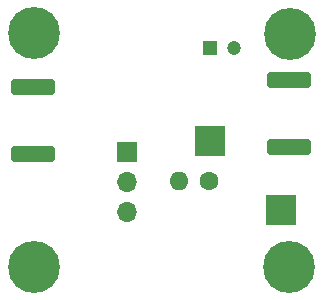
<source format=gbr>
%TF.GenerationSoftware,KiCad,Pcbnew,8.99.0-unknown-f907b58d17~178~ubuntu22.04.1*%
%TF.CreationDate,2024-06-08T22:31:25+05:30*%
%TF.ProjectId,HF-Pre-Amp,48462d50-7265-42d4-916d-702e6b696361,rev?*%
%TF.SameCoordinates,Original*%
%TF.FileFunction,Soldermask,Bot*%
%TF.FilePolarity,Negative*%
%FSLAX46Y46*%
G04 Gerber Fmt 4.6, Leading zero omitted, Abs format (unit mm)*
G04 Created by KiCad (PCBNEW 8.99.0-unknown-f907b58d17~178~ubuntu22.04.1) date 2024-06-08 22:31:25*
%MOMM*%
%LPD*%
G01*
G04 APERTURE LIST*
G04 Aperture macros list*
%AMRoundRect*
0 Rectangle with rounded corners*
0 $1 Rounding radius*
0 $2 $3 $4 $5 $6 $7 $8 $9 X,Y pos of 4 corners*
0 Add a 4 corners polygon primitive as box body*
4,1,4,$2,$3,$4,$5,$6,$7,$8,$9,$2,$3,0*
0 Add four circle primitives for the rounded corners*
1,1,$1+$1,$2,$3*
1,1,$1+$1,$4,$5*
1,1,$1+$1,$6,$7*
1,1,$1+$1,$8,$9*
0 Add four rect primitives between the rounded corners*
20,1,$1+$1,$2,$3,$4,$5,0*
20,1,$1+$1,$4,$5,$6,$7,0*
20,1,$1+$1,$6,$7,$8,$9,0*
20,1,$1+$1,$8,$9,$2,$3,0*%
G04 Aperture macros list end*
%ADD10R,2.500000X2.500000*%
%ADD11R,1.700000X1.700000*%
%ADD12O,1.700000X1.700000*%
%ADD13RoundRect,0.250000X1.600000X-0.425000X1.600000X0.425000X-1.600000X0.425000X-1.600000X-0.425000X0*%
%ADD14RoundRect,0.250000X-1.600000X0.425000X-1.600000X-0.425000X1.600000X-0.425000X1.600000X0.425000X0*%
%ADD15C,0.700000*%
%ADD16C,4.400000*%
%ADD17R,1.200000X1.200000*%
%ADD18C,1.200000*%
%ADD19C,1.600000*%
%ADD20O,1.600000X1.600000*%
G04 APERTURE END LIST*
D10*
%TO.C,VDC1*%
X102810000Y-104750000D03*
%TD*%
D11*
%TO.C,Q1*%
X95730000Y-105680000D03*
D12*
X95730000Y-108220000D03*
X95730000Y-110760000D03*
%TD*%
D13*
%TO.C,OUT1*%
X109430000Y-99610000D03*
X109430000Y-105260000D03*
%TD*%
D14*
%TO.C,IN1*%
X87770000Y-105845000D03*
X87770000Y-100195000D03*
%TD*%
D15*
%TO.C,H1*%
X86200000Y-95630000D03*
X86683274Y-94463274D03*
X86683274Y-96796726D03*
X87850000Y-93980000D03*
D16*
X87850000Y-95630000D03*
D15*
X87850000Y-97280000D03*
X89016726Y-94463274D03*
X89016726Y-96796726D03*
X89500000Y-95630000D03*
%TD*%
D17*
%TO.C,C3*%
X102800000Y-96950000D03*
D18*
X104800000Y-96950000D03*
%TD*%
D10*
%TO.C,GND1*%
X108760000Y-110640000D03*
%TD*%
D15*
%TO.C,H2*%
X107870000Y-95700000D03*
X108353274Y-94533274D03*
X108353274Y-96866726D03*
X109520000Y-94050000D03*
D16*
X109520000Y-95700000D03*
D15*
X109520000Y-97350000D03*
X110686726Y-94533274D03*
X110686726Y-96866726D03*
X111170000Y-95700000D03*
%TD*%
%TO.C,H3*%
X86230000Y-115430000D03*
X86713274Y-114263274D03*
X86713274Y-116596726D03*
X87880000Y-113780000D03*
D16*
X87880000Y-115430000D03*
D15*
X87880000Y-117080000D03*
X89046726Y-114263274D03*
X89046726Y-116596726D03*
X89530000Y-115430000D03*
%TD*%
D19*
%TO.C,L1*%
X102720000Y-108150000D03*
D20*
X100180000Y-108150000D03*
%TD*%
D15*
%TO.C,H4*%
X107810000Y-115440000D03*
X108293274Y-114273274D03*
X108293274Y-116606726D03*
X109460000Y-113790000D03*
D16*
X109460000Y-115440000D03*
D15*
X109460000Y-117090000D03*
X110626726Y-114273274D03*
X110626726Y-116606726D03*
X111110000Y-115440000D03*
%TD*%
M02*

</source>
